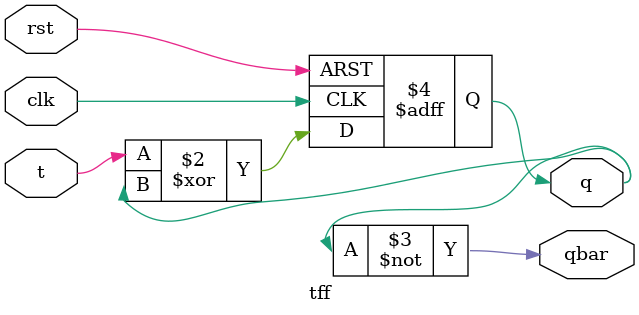
<source format=v>
module tff(
	input wire t, clk, rst,
	output reg q, 
	output wire qbar 
);

always @(posedge clk or posedge rst) begin
	if(rst) 
		q <= 1'b0;
	else 
		q <= t ^ q;
end
assign qbar = ~q ;
endmodule

</source>
